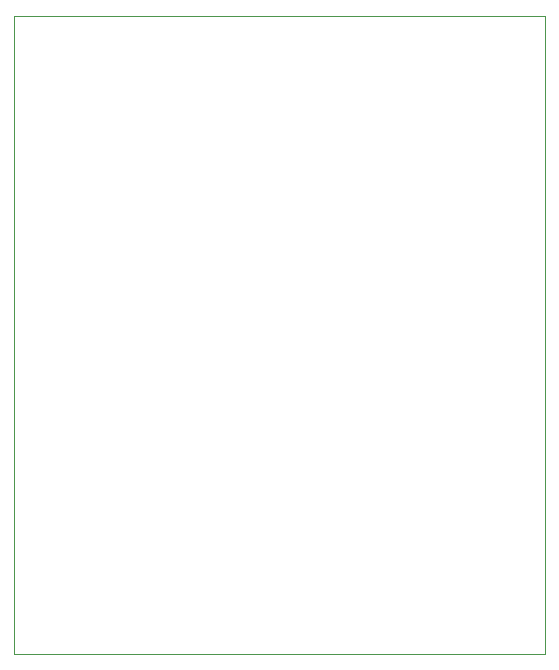
<source format=gbr>
%TF.GenerationSoftware,KiCad,Pcbnew,8.0.7*%
%TF.CreationDate,2025-02-03T11:19:23+09:00*%
%TF.ProjectId,rusty-hangulclock,72757374-792d-4686-916e-67756c636c6f,rev?*%
%TF.SameCoordinates,Original*%
%TF.FileFunction,Profile,NP*%
%FSLAX46Y46*%
G04 Gerber Fmt 4.6, Leading zero omitted, Abs format (unit mm)*
G04 Created by KiCad (PCBNEW 8.0.7) date 2025-02-03 11:19:23*
%MOMM*%
%LPD*%
G01*
G04 APERTURE LIST*
%TA.AperFunction,Profile*%
%ADD10C,0.050000*%
%TD*%
G04 APERTURE END LIST*
D10*
X121000000Y-85000000D02*
X166000000Y-85000000D01*
X166000000Y-139000000D01*
X121000000Y-139000000D01*
X121000000Y-85000000D01*
M02*

</source>
